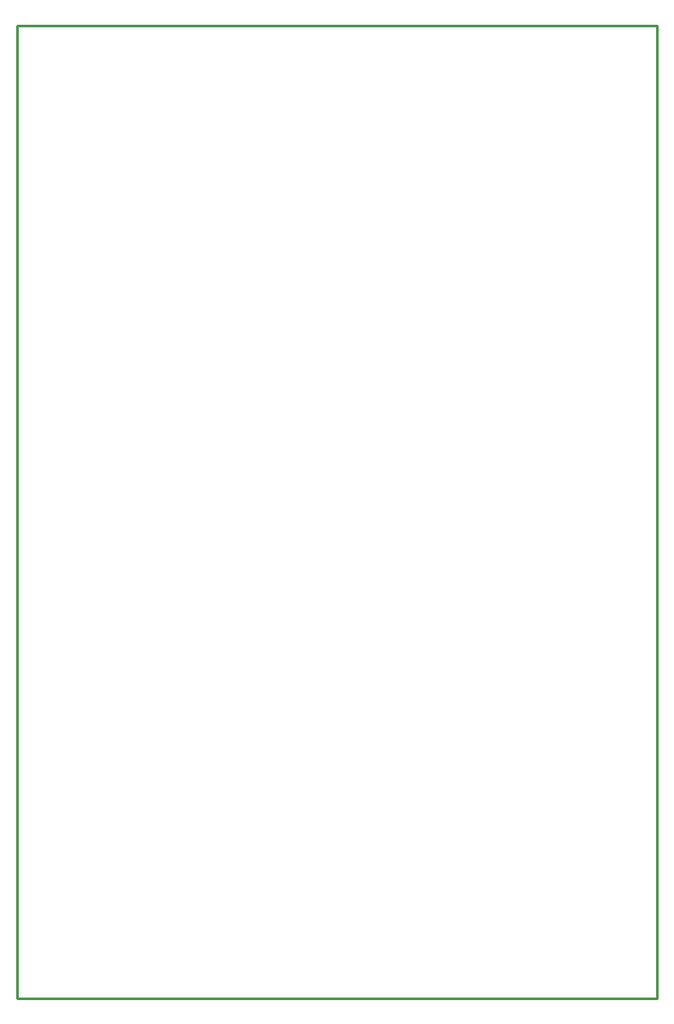
<source format=gm1>
G04*
G04 #@! TF.GenerationSoftware,Altium Limited,Altium Designer,23.3.1 (30)*
G04*
G04 Layer_Color=16711935*
%FSLAX44Y44*%
%MOMM*%
G71*
G04*
G04 #@! TF.SameCoordinates,D36B0BC1-D60A-48D3-9530-44C1F81AE03C*
G04*
G04*
G04 #@! TF.FilePolarity,Positive*
G04*
G01*
G75*
%ADD15C,0.2540*%
D15*
X635000Y330200D02*
Y1295400D01*
Y330200D02*
X1270000D01*
Y1295400D01*
X635000D02*
X1270000D01*
M02*

</source>
